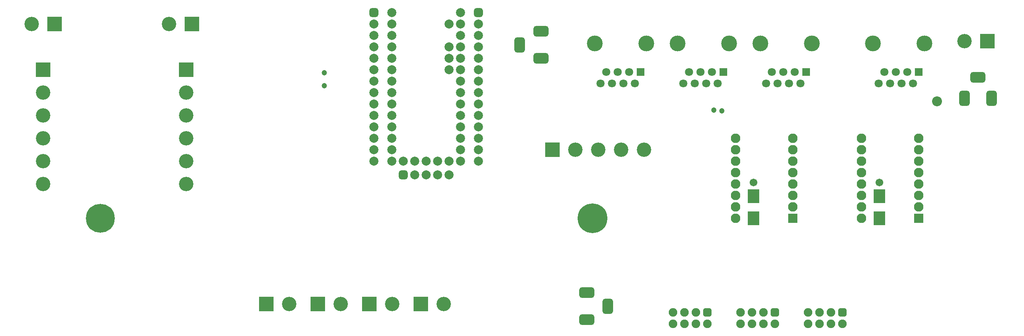
<source format=gbr>
%TF.GenerationSoftware,Altium Limited,Altium Designer,25.8.1 (18)*%
G04 Layer_Color=8388736*
%FSLAX45Y45*%
%MOMM*%
%TF.SameCoordinates,54162AFE-A5A8-4166-B9B9-F60AE772EB98*%
%TF.FilePolarity,Negative*%
%TF.FileFunction,Soldermask,Top*%
%TF.Part,Single*%
G01*
G75*
%TA.AperFunction,SMDPad,CuDef*%
%ADD41R,2.65320X3.05320*%
%TA.AperFunction,ComponentPad*%
%ADD42C,2.00320*%
G04:AMPARAMS|DCode=43|XSize=2.0032mm|YSize=2.0032mm|CornerRadius=0.5516mm|HoleSize=0mm|Usage=FLASHONLY|Rotation=0.000|XOffset=0mm|YOffset=0mm|HoleType=Round|Shape=RoundedRectangle|*
%AMROUNDEDRECTD43*
21,1,2.00320,0.90000,0,0,0.0*
21,1,0.90000,2.00320,0,0,0.0*
1,1,1.10320,0.45000,-0.45000*
1,1,1.10320,-0.45000,-0.45000*
1,1,1.10320,-0.45000,0.45000*
1,1,1.10320,0.45000,0.45000*
%
%ADD43ROUNDEDRECTD43*%
%ADD44C,3.50320*%
%ADD45R,1.80320X1.80320*%
%ADD46C,1.80320*%
G04:AMPARAMS|DCode=47|XSize=1.9032mm|YSize=1.9032mm|CornerRadius=0.5266mm|HoleSize=0mm|Usage=FLASHONLY|Rotation=270.000|XOffset=0mm|YOffset=0mm|HoleType=Round|Shape=RoundedRectangle|*
%AMROUNDEDRECTD47*
21,1,1.90320,0.85000,0,0,270.0*
21,1,0.85000,1.90320,0,0,270.0*
1,1,1.05320,-0.42500,-0.42500*
1,1,1.05320,-0.42500,0.42500*
1,1,1.05320,0.42500,0.42500*
1,1,1.05320,0.42500,-0.42500*
%
%ADD47ROUNDEDRECTD47*%
%ADD48C,1.90320*%
G04:AMPARAMS|DCode=49|XSize=2.0032mm|YSize=2.0032mm|CornerRadius=0.5516mm|HoleSize=0mm|Usage=FLASHONLY|Rotation=90.000|XOffset=0mm|YOffset=0mm|HoleType=Round|Shape=RoundedRectangle|*
%AMROUNDEDRECTD49*
21,1,2.00320,0.90000,0,0,90.0*
21,1,0.90000,2.00320,0,0,90.0*
1,1,1.10320,0.45000,0.45000*
1,1,1.10320,0.45000,-0.45000*
1,1,1.10320,-0.45000,-0.45000*
1,1,1.10320,-0.45000,0.45000*
%
%ADD49ROUNDEDRECTD49*%
G04:AMPARAMS|DCode=50|XSize=3.4032mm|YSize=2.4032mm|CornerRadius=0.6516mm|HoleSize=0mm|Usage=FLASHONLY|Rotation=270.000|XOffset=0mm|YOffset=0mm|HoleType=Round|Shape=RoundedRectangle|*
%AMROUNDEDRECTD50*
21,1,3.40320,1.10000,0,0,270.0*
21,1,2.10000,2.40320,0,0,270.0*
1,1,1.30320,-0.55000,-1.05000*
1,1,1.30320,-0.55000,1.05000*
1,1,1.30320,0.55000,1.05000*
1,1,1.30320,0.55000,-1.05000*
%
%ADD50ROUNDEDRECTD50*%
G04:AMPARAMS|DCode=51|XSize=3.4032mm|YSize=2.4032mm|CornerRadius=0.6516mm|HoleSize=0mm|Usage=FLASHONLY|Rotation=180.000|XOffset=0mm|YOffset=0mm|HoleType=Round|Shape=RoundedRectangle|*
%AMROUNDEDRECTD51*
21,1,3.40320,1.10000,0,0,180.0*
21,1,2.10000,2.40320,0,0,180.0*
1,1,1.30320,-1.05000,0.55000*
1,1,1.30320,1.05000,0.55000*
1,1,1.30320,1.05000,-0.55000*
1,1,1.30320,-1.05000,-0.55000*
%
%ADD51ROUNDEDRECTD51*%
%ADD52R,3.20320X3.20320*%
%ADD53C,3.20320*%
%ADD54R,3.20320X3.20320*%
%ADD55R,2.10320X2.10320*%
%ADD56C,2.10320*%
%TA.AperFunction,ViaPad*%
%ADD57C,1.20320*%
%ADD58C,1.70320*%
%ADD59C,2.20320*%
%ADD60C,6.60320*%
%ADD61C,6.40320*%
D41*
X16529100Y5796000D02*
D03*
Y5301000D02*
D03*
X19323100Y5796000D02*
D03*
Y5301000D02*
D03*
D42*
X10424000Y9111000D02*
D03*
Y9365000D02*
D03*
Y9619000D02*
D03*
Y8095000D02*
D03*
Y8349000D02*
D03*
Y8603000D02*
D03*
Y8857000D02*
D03*
Y7079000D02*
D03*
Y7333000D02*
D03*
Y7587000D02*
D03*
Y7841000D02*
D03*
Y6571000D02*
D03*
Y6825000D02*
D03*
X8100000D02*
D03*
Y6571000D02*
D03*
Y7841000D02*
D03*
Y7587000D02*
D03*
Y7333000D02*
D03*
Y7079000D02*
D03*
Y8857000D02*
D03*
Y8603000D02*
D03*
Y8349000D02*
D03*
Y8095000D02*
D03*
Y9619000D02*
D03*
Y9365000D02*
D03*
Y9111000D02*
D03*
X9770000Y6271000D02*
D03*
X9008000D02*
D03*
X9262000D02*
D03*
X9516000D02*
D03*
X8500000Y9873000D02*
D03*
Y9619000D02*
D03*
Y9365000D02*
D03*
Y9111000D02*
D03*
Y8857000D02*
D03*
Y8603000D02*
D03*
Y8349000D02*
D03*
Y8095000D02*
D03*
Y7841000D02*
D03*
Y7587000D02*
D03*
Y7333000D02*
D03*
Y7079000D02*
D03*
Y6825000D02*
D03*
Y6571000D02*
D03*
X8754000D02*
D03*
X9008000D02*
D03*
X9262000D02*
D03*
X9516000D02*
D03*
X9770000D02*
D03*
X10024000D02*
D03*
Y6825000D02*
D03*
Y7079000D02*
D03*
Y7333000D02*
D03*
Y7587000D02*
D03*
Y7841000D02*
D03*
Y8095000D02*
D03*
Y8349000D02*
D03*
Y8603000D02*
D03*
Y8857000D02*
D03*
Y9111000D02*
D03*
Y9365000D02*
D03*
Y9619000D02*
D03*
Y9873000D02*
D03*
X9770000Y9619000D02*
D03*
Y9111000D02*
D03*
Y8857000D02*
D03*
Y8603000D02*
D03*
D43*
X10424000Y9873000D02*
D03*
X8100000D02*
D03*
D44*
X15985600Y9189000D02*
D03*
X14842599D02*
D03*
X16677600Y9189000D02*
D03*
X17820599D02*
D03*
X13007600D02*
D03*
X14150600D02*
D03*
X19177600Y9189000D02*
D03*
X20320599D02*
D03*
D45*
X15858600Y8554000D02*
D03*
X17693600Y8554000D02*
D03*
X14023599D02*
D03*
X20193600Y8554000D02*
D03*
D46*
X15604601D02*
D03*
X15350600D02*
D03*
X15096600D02*
D03*
X15731599Y8300000D02*
D03*
X15477600D02*
D03*
X15223599D02*
D03*
X14969600D02*
D03*
X16804601Y8300000D02*
D03*
X17058600D02*
D03*
X17312601D02*
D03*
X17566600D02*
D03*
X16931599Y8554000D02*
D03*
X17185600D02*
D03*
X17439600D02*
D03*
X13134599Y8300000D02*
D03*
X13388600D02*
D03*
X13642599D02*
D03*
X13896600D02*
D03*
X13261600Y8554000D02*
D03*
X13515601D02*
D03*
X13769600D02*
D03*
X19304601Y8300000D02*
D03*
X19558600D02*
D03*
X19812601D02*
D03*
X20066600D02*
D03*
X19431599Y8554000D02*
D03*
X19685600D02*
D03*
X19939600D02*
D03*
D47*
X18500000Y3215000D02*
D03*
X17000000D02*
D03*
X15500000D02*
D03*
D48*
X18246001D02*
D03*
X18500000Y2961000D02*
D03*
X18246001D02*
D03*
X17992000Y3215000D02*
D03*
Y2961000D02*
D03*
X17738000Y3215000D02*
D03*
Y2961000D02*
D03*
X16238000D02*
D03*
Y3215000D02*
D03*
X16492000Y2961000D02*
D03*
Y3215000D02*
D03*
X16746001Y2961000D02*
D03*
X17000000D02*
D03*
X16746001Y3215000D02*
D03*
X14738000Y2961000D02*
D03*
Y3215000D02*
D03*
X14992000Y2961000D02*
D03*
Y3215000D02*
D03*
X15246001Y2961000D02*
D03*
X15500000D02*
D03*
X15246001Y3215000D02*
D03*
D49*
X8754000Y6271000D02*
D03*
D50*
X11341090Y9157000D02*
D03*
X21809090Y7968000D02*
D03*
X21209090D02*
D03*
X13297090Y3350000D02*
D03*
D51*
X11811090Y9457000D02*
D03*
Y8857000D02*
D03*
X21509090Y8438000D02*
D03*
X12827090Y3050000D02*
D03*
Y3650000D02*
D03*
D52*
X4064090Y9619000D02*
D03*
X1016000D02*
D03*
X21717090Y9238000D02*
D03*
X5715090Y3396000D02*
D03*
X9144090D02*
D03*
X8001090D02*
D03*
X6858090D02*
D03*
X12065090Y6825000D02*
D03*
D53*
X3556090Y9619000D02*
D03*
X508000D02*
D03*
X21209090Y9238000D02*
D03*
X6223090Y3396000D02*
D03*
X9652090D02*
D03*
X8509090D02*
D03*
X7366090D02*
D03*
X762090Y7079000D02*
D03*
Y7587000D02*
D03*
Y8095000D02*
D03*
Y6571000D02*
D03*
Y6063000D02*
D03*
X3937090Y7079000D02*
D03*
Y7587000D02*
D03*
Y8095000D02*
D03*
Y6571000D02*
D03*
Y6063000D02*
D03*
X13589090Y6825000D02*
D03*
X13081090D02*
D03*
X12573090D02*
D03*
X14097090D02*
D03*
D54*
X762090Y8603000D02*
D03*
X3937090D02*
D03*
D55*
X17399091Y5301000D02*
D03*
X20193089D02*
D03*
D56*
X17399091Y5555000D02*
D03*
Y5809000D02*
D03*
Y6063000D02*
D03*
Y6317000D02*
D03*
Y6571000D02*
D03*
Y6825000D02*
D03*
Y7079000D02*
D03*
X16129089Y5301000D02*
D03*
Y5555000D02*
D03*
Y5809000D02*
D03*
Y6063000D02*
D03*
Y6317000D02*
D03*
Y6571000D02*
D03*
Y6825000D02*
D03*
Y7079000D02*
D03*
X20193089Y5555000D02*
D03*
Y5809000D02*
D03*
Y6063000D02*
D03*
Y6317000D02*
D03*
Y6571000D02*
D03*
Y6825000D02*
D03*
Y7079000D02*
D03*
X18923090Y5301000D02*
D03*
Y5555000D02*
D03*
Y5809000D02*
D03*
Y6063000D02*
D03*
Y6317000D02*
D03*
Y6571000D02*
D03*
Y6825000D02*
D03*
Y7079000D02*
D03*
D57*
X15650000Y7710000D02*
D03*
X15822501Y7692500D02*
D03*
X7000000Y8250000D02*
D03*
Y8538376D02*
D03*
D58*
X16529100Y6100000D02*
D03*
X19323100D02*
D03*
D59*
X20600000Y7900000D02*
D03*
D60*
X12954100Y5301000D02*
D03*
D61*
X2032100D02*
D03*
%TF.MD5,a7813973e9cde87d40457be268f31bd9*%
M02*

</source>
